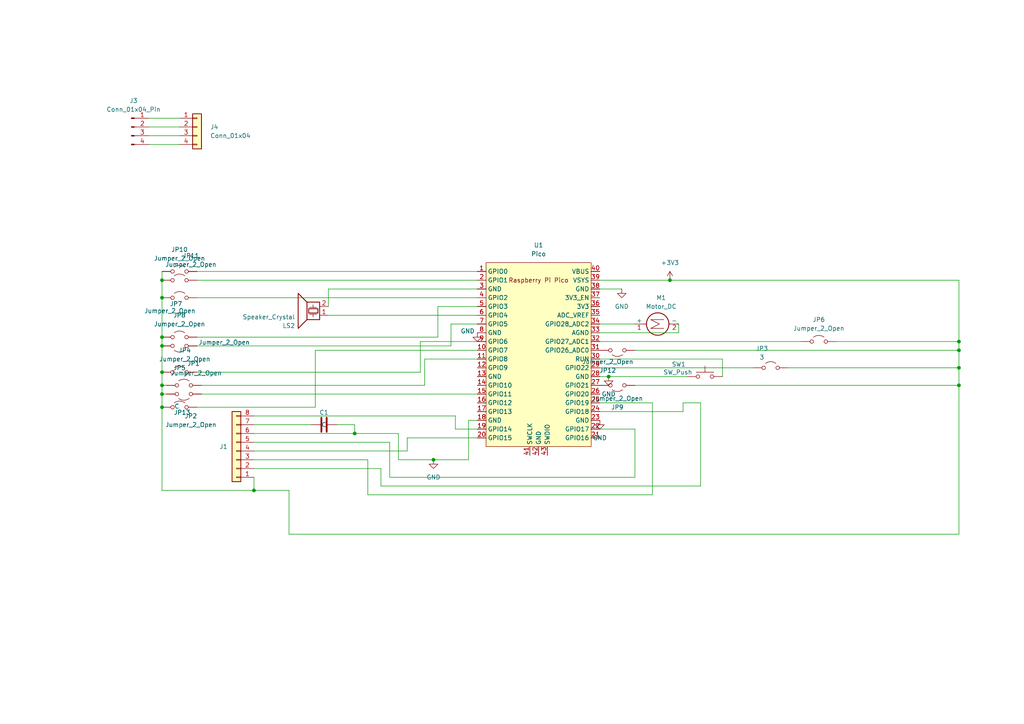
<source format=kicad_sch>
(kicad_sch (version 20231120) (generator "eeschema") (generator_version "8.0")
  (paper "A4")
  (lib_symbols
    (symbol "Connector:Conn_01x04_Pin" (pin_names (offset 1.016) hide)
      (property "Reference" "J" (at 0 5.08 0))
      (property "Value" "Conn_01x04_Pin" (at 0 -7.62 0))
      (symbol "Conn_01x04_Pin_1_1"
        (polyline (pts (xy 1.27 -5.08) (xy 0.8636 -5.08)) (stroke (width 0.1524)))
        (polyline (pts (xy 1.27 -2.54) (xy 0.8636 -2.54)) (stroke (width 0.1524)))
        (polyline (pts (xy 1.27 0) (xy 0.8636 0)) (stroke (width 0.1524)))
        (polyline (pts (xy 1.27 2.54) (xy 0.8636 2.54)) (stroke (width 0.1524)))
        (rectangle (start 0.8636 -4.953) (end 0 -5.207) (stroke (width 0.1524)) (fill (type outline)))
        (rectangle (start 0.8636 -2.413) (end 0 -2.667) (stroke (width 0.1524)) (fill (type outline)))
        (rectangle (start 0.8636 0.127) (end 0 -0.127) (stroke (width 0.1524)) (fill (type outline)))
        (rectangle (start 0.8636 2.667) (end 0 2.413) (stroke (width 0.1524)) (fill (type outline)))
        (pin passive line (at 5.08 2.54 180) (length 3.81) (name "Pin_1") (number "1"))
        (pin passive line (at 5.08 0 180) (length 3.81) (name "Pin_2") (number "2"))
        (pin passive line (at 5.08 -2.54 180) (length 3.81) (name "Pin_3") (number "3"))
        (pin passive line (at 5.08 -5.08 180) (length 3.81) (name "Pin_4") (number "4"))
      )
    )
    (symbol "Connector_Generic:Conn_01x04" (pin_names (offset 1.016) hide)
      (property "Reference" "J" (at 0 5.08 0))
      (property "Value" "Conn_01x04" (at 0 -7.62 0))
      (symbol "Conn_01x04_1_1"
        (rectangle (start -1.27 -4.953) (end 0 -5.207) (stroke (width 0.1524)))
        (rectangle (start -1.27 -2.413) (end 0 -2.667) (stroke (width 0.1524)))
        (rectangle (start -1.27 0.127) (end 0 -0.127) (stroke (width 0.1524)))
        (rectangle (start -1.27 2.667) (end 0 2.413) (stroke (width 0.1524)))
        (rectangle (start -1.27 3.81) (end 1.27 -6.35) (stroke (width 0.254)) (fill (type background)))
        (pin passive line (at -5.08 2.54 0) (length 3.81) (name "Pin_1") (number "1"))
        (pin passive line (at -5.08 0 0) (length 3.81) (name "Pin_2") (number "2"))
        (pin passive line (at -5.08 -2.54 0) (length 3.81) (name "Pin_3") (number "3"))
        (pin passive line (at -5.08 -5.08 0) (length 3.81) (name "Pin_4") (number "4"))
      )
    )
    (symbol "Connector_Generic:Conn_01x08" (pin_names (offset 1.016) hide)
      (property "Reference" "J" (at 0 10.16 0))
      (property "Value" "Conn_01x08" (at 0 -12.7 0))
      (symbol "Conn_01x08_1_1"
        (rectangle (start -1.27 -10.033) (end 0 -10.287) (stroke (width 0.1524)))
        (rectangle (start -1.27 -7.493) (end 0 -7.747) (stroke (width 0.1524)))
        (rectangle (start -1.27 -4.953) (end 0 -5.207) (stroke (width 0.1524)))
        (rectangle (start -1.27 -2.413) (end 0 -2.667) (stroke (width 0.1524)))
        (rectangle (start -1.27 0.127) (end 0 -0.127) (stroke (width 0.1524)))
        (rectangle (start -1.27 2.667) (end 0 2.413) (stroke (width 0.1524)))
        (rectangle (start -1.27 5.207) (end 0 4.953) (stroke (width 0.1524)))
        (rectangle (start -1.27 7.747) (end 0 7.493) (stroke (width 0.1524)))
        (rectangle (start -1.27 8.89) (end 1.27 -11.43) (stroke (width 0.254)) (fill (type background)))
        (pin passive line (at -5.08 7.62 0) (length 3.81) (name "Pin_1") (number "1"))
        (pin passive line (at -5.08 5.08 0) (length 3.81) (name "Pin_2") (number "2"))
        (pin passive line (at -5.08 2.54 0) (length 3.81) (name "Pin_3") (number "3"))
        (pin passive line (at -5.08 0 0) (length 3.81) (name "Pin_4") (number "4"))
        (pin passive line (at -5.08 -2.54 0) (length 3.81) (name "Pin_5") (number "5"))
        (pin passive line (at -5.08 -5.08 0) (length 3.81) (name "Pin_6") (number "6"))
        (pin passive line (at -5.08 -7.62 0) (length 3.81) (name "Pin_7") (number "7"))
        (pin passive line (at -5.08 -10.16 0) (length 3.81) (name "Pin_8") (number "8"))
      )
    )
    (symbol "Device:C" (pin_numbers hide) (pin_names (offset 0.254))
      (property "Reference" "C" (at 0.635 2.54 0))
      (property "Value" "C" (at 0.635 -2.54 0))
      (symbol "C_0_1"
        (polyline (pts (xy -2.032 -0.762) (xy 2.032 -0.762)) (stroke (width 0.508)))
        (polyline (pts (xy -2.032 0.762) (xy 2.032 0.762)) (stroke (width 0.508)))
      )
      (symbol "C_1_1"
        (pin passive line (at 0 3.81 270) (length 2.794) (name "~") (number "1"))
        (pin passive line (at 0 -3.81 90) (length 2.794) (name "~") (number "2"))
      )
    )
    (symbol "Device:Speaker_Crystal" (pin_names (offset 0) hide)
      (property "Reference" "LS" (at 0.635 5.715 0))
      (property "Value" "Speaker_Crystal" (at 0.635 3.81 0))
      (symbol "Speaker_Crystal_0_0"
        (rectangle (start -2.54 1.27) (end 1.143 -3.81) (stroke (width 0.254)))
        (rectangle (start -2.032 -0.635) (end 0.635 -1.905) (stroke (width 0.254)))
        (polyline (pts (xy -1.651 -2.286) (xy 0.381 -2.286)))
        (polyline (pts (xy -1.651 -0.254) (xy 0.381 -0.254)))
        (polyline (pts (xy -0.635 -2.286) (xy -0.635 -3.048)))
        (polyline (pts (xy -0.635 -0.254) (xy -0.635 0.508)))
        (polyline (pts (xy 1.143 1.27) (xy 3.683 3.81) (xy 3.683 -6.35) (xy 1.143 -3.81)) (stroke (width 0.254)))
      )
      (symbol "Speaker_Crystal_1_1"
        (pin input line (at -5.08 0 0) (length 2.54) (name "1") (number "1"))
        (pin input line (at -5.08 -2.54 0) (length 2.54) (name "2") (number "2"))
      )
    )
    (symbol "Jumper:Jumper_2_Open" (pin_numbers hide) (pin_names (offset 0) hide) (exclude_from_sim yes)
      (property "Reference" "JP" (at 0 2.794 0))
      (property "Value" "Jumper_2_Open" (at 0 -2.286 0))
      (symbol "Jumper_2_Open_0_0"
        (circle (center -2.032 0) (radius 0.508))
        (circle (center 2.032 0) (radius 0.508))
      )
      (symbol "Jumper_2_Open_0_1"
        (arc (start 1.524 1.27) (mid 0 1.778) (end -1.524 1.27))
      )
      (symbol "Jumper_2_Open_1_1"
        (pin passive line (at -5.08 0 0) (length 2.54) (name "A") (number "1"))
        (pin passive line (at 5.08 0 180) (length 2.54) (name "B") (number "2"))
      )
    )
    (symbol "MCU_RaspberryPi_and_Boards:Pico"
      (property "Reference" "U" (at -13.97 27.94 0))
      (property "Value" "Pico" (at 0 19.05 0))
      (symbol "Pico_0_0"
        (text "Raspberry Pi Pico" (at 0 21.59 0) (effects (font (size 1.27 1.27))))
      )
      (symbol "Pico_0_1"
        (rectangle (start -15.24 26.67) (end 15.24 -26.67) (fill (type background)))
      )
      (symbol "Pico_1_1"
        (pin bidirectional line (at -17.78 24.13 0) (length 2.54) (name "GPIO0") (number "1"))
        (pin bidirectional line (at -17.78 1.27 0) (length 2.54) (name "GPIO7") (number "10"))
        (pin bidirectional line (at -17.78 -1.27 0) (length 2.54) (name "GPIO8") (number "11"))
        (pin bidirectional line (at -17.78 -3.81 0) (length 2.54) (name "GPIO9") (number "12"))
        (pin power_in line (at -17.78 -6.35 0) (length 2.54) (name "GND") (number "13"))
        (pin bidirectional line (at -17.78 -8.89 0) (length 2.54) (name "GPIO10") (number "14"))
        (pin bidirectional line (at -17.78 -11.43 0) (length 2.54) (name "GPIO11") (number "15"))
        (pin bidirectional line (at -17.78 -13.97 0) (length 2.54) (name "GPIO12") (number "16"))
        (pin bidirectional line (at -17.78 -16.51 0) (length 2.54) (name "GPIO13") (number "17"))
        (pin power_in line (at -17.78 -19.05 0) (length 2.54) (name "GND") (number "18"))
        (pin bidirectional line (at -17.78 -21.59 0) (length 2.54) (name "GPIO14") (number "19"))
        (pin bidirectional line (at -17.78 21.59 0) (length 2.54) (name "GPIO1") (number "2"))
        (pin bidirectional line (at -17.78 -24.13 0) (length 2.54) (name "GPIO15") (number "20"))
        (pin bidirectional line (at 17.78 -24.13 180) (length 2.54) (name "GPIO16") (number "21"))
        (pin bidirectional line (at 17.78 -21.59 180) (length 2.54) (name "GPIO17") (number "22"))
        (pin power_in line (at 17.78 -19.05 180) (length 2.54) (name "GND") (number "23"))
        (pin bidirectional line (at 17.78 -16.51 180) (length 2.54) (name "GPIO18") (number "24"))
        (pin bidirectional line (at 17.78 -13.97 180) (length 2.54) (name "GPIO19") (number "25"))
        (pin bidirectional line (at 17.78 -11.43 180) (length 2.54) (name "GPIO20") (number "26"))
        (pin bidirectional line (at 17.78 -8.89 180) (length 2.54) (name "GPIO21") (number "27"))
        (pin power_in line (at 17.78 -6.35 180) (length 2.54) (name "GND") (number "28"))
        (pin bidirectional line (at 17.78 -3.81 180) (length 2.54) (name "GPIO22") (number "29"))
        (pin power_in line (at -17.78 19.05 0) (length 2.54) (name "GND") (number "3"))
        (pin input line (at 17.78 -1.27 180) (length 2.54) (name "RUN") (number "30"))
        (pin bidirectional line (at 17.78 1.27 180) (length 2.54) (name "GPIO26_ADC0") (number "31"))
        (pin bidirectional line (at 17.78 3.81 180) (length 2.54) (name "GPIO27_ADC1") (number "32"))
        (pin power_in line (at 17.78 6.35 180) (length 2.54) (name "AGND") (number "33"))
        (pin bidirectional line (at 17.78 8.89 180) (length 2.54) (name "GPIO28_ADC2") (number "34"))
        (pin power_in line (at 17.78 11.43 180) (length 2.54) (name "ADC_VREF") (number "35"))
        (pin power_in line (at 17.78 13.97 180) (length 2.54) (name "3V3") (number "36"))
        (pin input line (at 17.78 16.51 180) (length 2.54) (name "3V3_EN") (number "37"))
        (pin bidirectional line (at 17.78 19.05 180) (length 2.54) (name "GND") (number "38"))
        (pin power_in line (at 17.78 21.59 180) (length 2.54) (name "VSYS") (number "39"))
        (pin bidirectional line (at -17.78 16.51 0) (length 2.54) (name "GPIO2") (number "4"))
        (pin power_in line (at 17.78 24.13 180) (length 2.54) (name "VBUS") (number "40"))
        (pin input line (at -2.54 -29.21 90) (length 2.54) (name "SWCLK") (number "41"))
        (pin power_in line (at 0 -29.21 90) (length 2.54) (name "GND") (number "42"))
        (pin bidirectional line (at 2.54 -29.21 90) (length 2.54) (name "SWDIO") (number "43"))
        (pin bidirectional line (at -17.78 13.97 0) (length 2.54) (name "GPIO3") (number "5"))
        (pin bidirectional line (at -17.78 11.43 0) (length 2.54) (name "GPIO4") (number "6"))
        (pin bidirectional line (at -17.78 8.89 0) (length 2.54) (name "GPIO5") (number "7"))
        (pin power_in line (at -17.78 6.35 0) (length 2.54) (name "GND") (number "8"))
        (pin bidirectional line (at -17.78 3.81 0) (length 2.54) (name "GPIO6") (number "9"))
      )
    )
    (symbol "Motor:Motor_DC" (pin_names (offset 0))
      (property "Reference" "M" (at 2.54 2.54 0))
      (property "Value" "Motor_DC" (at 2.54 -5.08 0))
      (symbol "Motor_DC_0_0"
        (polyline (pts (xy -1.27 -3.302) (xy -1.27 0.508) (xy 0 -2.032) (xy 1.27 0.508) (xy 1.27 -3.302)))
      )
      (symbol "Motor_DC_0_1"
        (circle (center 0 -1.524) (radius 3.2512) (stroke (width 0.254)))
        (polyline (pts (xy 0 -7.62) (xy 0 -7.112)))
        (polyline (pts (xy 0 -4.7752) (xy 0 -5.1816)))
        (polyline (pts (xy 0 1.7272) (xy 0 2.0828)))
        (polyline (pts (xy 0 2.032) (xy 0 2.54)))
      )
      (symbol "Motor_DC_1_1"
        (pin passive line (at 0 5.08 270) (length 2.54) (name "+") (number "1"))
        (pin passive line (at 0 -7.62 90) (length 2.54) (name "-") (number "2"))
      )
    )
    (symbol "Switch:SW_Push" (pin_numbers hide) (pin_names (offset 1.016) hide)
      (property "Reference" "SW" (at 1.27 2.54 0))
      (property "Value" "SW_Push" (at 0 -1.524 0))
      (symbol "SW_Push_0_1"
        (circle (center -2.032 0) (radius 0.508))
        (polyline (pts (xy 0 1.27) (xy 0 3.048)))
        (polyline (pts (xy 2.54 1.27) (xy -2.54 1.27)))
        (circle (center 2.032 0) (radius 0.508))
        (pin passive line (at -5.08 0 0) (length 2.54) (name "1") (number "1"))
        (pin passive line (at 5.08 0 180) (length 2.54) (name "2") (number "2"))
      )
    )
    (symbol "power:+3V3" (power) (pin_numbers hide) (pin_names (offset 0) hide)
      (property "Value" "+3V3" (at 0 3.556 0))
      (symbol "+3V3_0_1"
        (polyline (pts (xy -0.762 1.27) (xy 0 2.54)))
        (polyline (pts (xy 0 0) (xy 0 2.54)))
        (polyline (pts (xy 0 2.54) (xy 0.762 1.27)))
      )
      (symbol "+3V3_1_1"
        (pin power_in line (at 0 0 90) (length 0) (name "~") (number "1"))
      )
    )
    (symbol "power:GND" (power) (pin_numbers hide) (pin_names (offset 0) hide)
      (property "Value" "GND" (at 0 -3.81 0))
      (symbol "GND_0_1"
        (polyline (pts (xy 0 0) (xy 0 -1.27) (xy 1.27 -1.27) (xy 0 -2.54) (xy -1.27 -1.27) (xy 0 -1.27)))
      )
      (symbol "GND_1_1"
        (pin power_in line (at 0 0 270) (length 0) (name "~") (number "1"))
      )
    )
  )
  (junction (at 46.99 100.33))
  (junction (at 278.13 101.6))
  (junction (at 46.99 81.28))
  (junction (at 73.66 142.24))
  (junction (at 194.31 81.28))
  (junction (at 278.13 111.76))
  (junction (at 46.99 118.11))
  (junction (at 46.99 97.79))
  (junction (at 125.73 133.35))
  (junction (at 176.53 109.22))
  (junction (at 46.99 107.95))
  (junction (at 278.13 106.68))
  (junction (at 46.99 111.76))
  (junction (at 46.99 114.3))
  (junction (at 278.13 99.06))
  (junction (at 46.99 86.36))
  (junction (at 102.87 125.73))
  (wire (pts (xy 130.81 100.33) (xy 130.81 93.98)))
  (wire (pts (xy 110.49 135.89) (xy 110.49 140.97)))
  (wire (pts (xy 184.15 138.43) (xy 184.15 124.46)))
  (wire (pts (xy 95.25 83.82) (xy 138.43 83.82)))
  (wire (pts (xy 121.92 99.06) (xy 138.43 99.06)))
  (wire (pts (xy 278.13 106.68) (xy 278.13 111.76)))
  (wire (pts (xy 228.6 106.68) (xy 278.13 106.68)))
  (wire (pts (xy 46.99 86.36) (xy 46.99 97.79)))
  (wire (pts (xy 173.99 99.06) (xy 232.41 99.06)))
  (wire (pts (xy 58.42 114.3) (xy 138.43 114.3)))
  (wire (pts (xy 48.26 114.3) (xy 46.99 114.3)))
  (wire (pts (xy 118.11 127) (xy 138.43 127)))
  (wire (pts (xy 46.99 100.33) (xy 46.99 107.95)))
  (wire (pts (xy 184.15 93.98) (xy 173.99 93.98)))
  (wire (pts (xy 218.44 106.68) (xy 173.99 106.68)))
  (wire (pts (xy 196.85 96.52) (xy 196.85 93.98)))
  (wire (pts (xy 173.99 109.22) (xy 176.53 109.22)))
  (wire (pts (xy 115.57 125.73) (xy 115.57 133.35)))
  (wire (pts (xy 123.19 111.76) (xy 123.19 104.14)))
  (wire (pts (xy 73.66 128.27) (xy 113.03 128.27)))
  (wire (pts (xy 102.87 125.73) (xy 102.87 123.19)))
  (wire (pts (xy 46.99 78.74) (xy 46.99 81.28)))
  (wire (pts (xy 278.13 101.6) (xy 278.13 106.68)))
  (wire (pts (xy 173.99 96.52) (xy 196.85 96.52)))
  (wire (pts (xy 46.99 114.3) (xy 46.99 118.11)))
  (wire (pts (xy 242.57 99.06) (xy 278.13 99.06)))
  (wire (pts (xy 73.66 142.24) (xy 73.66 138.43)))
  (wire (pts (xy 184.15 124.46) (xy 173.99 124.46)))
  (wire (pts (xy 189.23 116.84) (xy 173.99 116.84)))
  (wire (pts (xy 127 97.79) (xy 127 88.9)))
  (wire (pts (xy 113.03 138.43) (xy 184.15 138.43)))
  (wire (pts (xy 83.82 154.94) (xy 278.13 154.94)))
  (wire (pts (xy 73.66 125.73) (xy 102.87 125.73)))
  (wire (pts (xy 95.25 88.9) (xy 95.25 83.82)))
  (wire (pts (xy 184.15 111.76) (xy 278.13 111.76)))
  (wire (pts (xy 110.49 140.97) (xy 203.2 140.97)))
  (wire (pts (xy 184.15 101.6) (xy 278.13 101.6)))
  (wire (pts (xy 48.26 111.76) (xy 46.99 111.76)))
  (wire (pts (xy 46.99 142.24) (xy 73.66 142.24)))
  (wire (pts (xy 106.68 133.35) (xy 106.68 143.51)))
  (wire (pts (xy 43.18 34.29) (xy 52.07 34.29)))
  (wire (pts (xy 57.15 81.28) (xy 138.43 81.28)))
  (wire (pts (xy 209.55 109.22) (xy 209.55 104.14)))
  (wire (pts (xy 57.15 107.95) (xy 121.92 107.95)))
  (wire (pts (xy 194.31 81.28) (xy 278.13 81.28)))
  (wire (pts (xy 46.99 111.76) (xy 46.99 114.3)))
  (wire (pts (xy 135.89 121.92) (xy 138.43 121.92)))
  (wire (pts (xy 102.87 125.73) (xy 115.57 125.73)))
  (wire (pts (xy 173.99 83.82) (xy 180.34 83.82)))
  (wire (pts (xy 123.19 104.14) (xy 138.43 104.14)))
  (wire (pts (xy 125.73 133.35) (xy 135.89 133.35)))
  (wire (pts (xy 91.44 101.6) (xy 138.43 101.6)))
  (wire (pts (xy 121.92 107.95) (xy 121.92 99.06)))
  (wire (pts (xy 57.15 78.74) (xy 138.43 78.74)))
  (wire (pts (xy 278.13 81.28) (xy 278.13 99.06)))
  (wire (pts (xy 176.53 109.22) (xy 199.39 109.22)))
  (wire (pts (xy 189.23 143.51) (xy 189.23 116.84)))
  (wire (pts (xy 46.99 81.28) (xy 46.99 86.36)))
  (wire (pts (xy 73.66 130.81) (xy 118.11 130.81)))
  (wire (pts (xy 57.15 100.33) (xy 130.81 100.33)))
  (wire (pts (xy 278.13 111.76) (xy 278.13 154.94)))
  (wire (pts (xy 115.57 133.35) (xy 125.73 133.35)))
  (wire (pts (xy 113.03 128.27) (xy 113.03 138.43)))
  (wire (pts (xy 209.55 104.14) (xy 173.99 104.14)))
  (wire (pts (xy 43.18 41.91) (xy 52.07 41.91)))
  (wire (pts (xy 132.08 124.46) (xy 138.43 124.46)))
  (wire (pts (xy 73.66 135.89) (xy 110.49 135.89)))
  (wire (pts (xy 106.68 143.51) (xy 189.23 143.51)))
  (wire (pts (xy 57.15 97.79) (xy 127 97.79)))
  (wire (pts (xy 130.81 93.98) (xy 138.43 93.98)))
  (wire (pts (xy 118.11 130.81) (xy 118.11 127)))
  (wire (pts (xy 173.99 81.28) (xy 194.31 81.28)))
  (wire (pts (xy 203.2 116.84) (xy 203.2 140.97)))
  (wire (pts (xy 91.44 118.11) (xy 91.44 101.6)))
  (wire (pts (xy 106.68 133.35) (xy 73.66 133.35)))
  (wire (pts (xy 135.89 133.35) (xy 135.89 121.92)))
  (wire (pts (xy 43.18 39.37) (xy 52.07 39.37)))
  (wire (pts (xy 58.42 111.76) (xy 123.19 111.76)))
  (wire (pts (xy 57.15 118.11) (xy 91.44 118.11)))
  (wire (pts (xy 132.08 120.65) (xy 132.08 124.46)))
  (wire (pts (xy 95.25 91.44) (xy 138.43 91.44)))
  (wire (pts (xy 83.82 154.94) (xy 83.82 142.24)))
  (wire (pts (xy 57.15 86.36) (xy 138.43 86.36)))
  (wire (pts (xy 198.12 119.38) (xy 173.99 119.38)))
  (wire (pts (xy 73.66 123.19) (xy 90.17 123.19)))
  (wire (pts (xy 73.66 120.65) (xy 132.08 120.65)))
  (wire (pts (xy 46.99 118.11) (xy 46.99 142.24)))
  (wire (pts (xy 73.66 142.24) (xy 83.82 142.24)))
  (wire (pts (xy 43.18 36.83) (xy 52.07 36.83)))
  (wire (pts (xy 278.13 99.06) (xy 278.13 101.6)))
  (wire (pts (xy 97.79 123.19) (xy 102.87 123.19)))
  (wire (pts (xy 198.12 116.84) (xy 198.12 119.38)))
  (wire (pts (xy 203.2 116.84) (xy 198.12 116.84)))
  (wire (pts (xy 127 88.9) (xy 138.43 88.9)))
  (wire (pts (xy 46.99 97.79) (xy 46.99 100.33)))
  (wire (pts (xy 46.99 107.95) (xy 46.99 111.76)))
  (symbol (lib_id "Jumper:Jumper_2_Open") (at 52.07 97.79 0) (mirror y) (unit 1) (exclude_from_sim yes)
    (property "Reference" "JP8" (at 52.07 91.44 0))
    (property "Value" "Jumper_2_Open" (at 52.07 93.98 0))
    (property "Footprint" "Jumper:ButtonPads" (effects (hide yes)))
    (property "Description" "Jumper, 2-pole, open" (effects (hide yes)))
  )
  (symbol (lib_id "MCU_RaspberryPi_and_Boards:Pico") (at 156.21 102.87 0) (unit 1)
    (property "Reference" "U1" (at 156.21 71.12 0))
    (property "Value" "Pico" (at 156.21 73.66 0))
    (property "Footprint" "MCU_RaspberryPi_and_Boards:RPi_Pico_SMD_TH" (effects (hide yes)))
  )
  (symbol (lib_id "Jumper:Jumper_2_Open") (at 52.07 78.74 0) (mirror y) (unit 1) (exclude_from_sim yes)
    (property "Reference" "JP10" (at 52.07 72.39 0))
    (property "Value" "Jumper_2_Open" (at 52.07 74.93 0))
    (property "Footprint" "Jumper:ButtonPads" (effects (hide yes)))
    (property "Description" "Jumper, 2-pole, open" (effects (hide yes)))
  )
  (symbol (lib_id "Jumper:Jumper_2_Open") (at 53.34 111.76 0) (mirror y) (unit 1) (exclude_from_sim yes)
    (property "Reference" "JP1" (at 56.134 105.41 0))
    (property "Value" "Jumper_2_Open" (at 56.896 108.204 0))
    (property "Footprint" "Jumper:ButtonPads" (effects (hide yes)))
    (property "Description" "Jumper, 2-pole, open" (effects (hide yes)))
  )
  (symbol (lib_id "power:GND") (at 125.73 133.35 0) (unit 1)
    (property "Reference" "#PWR05" (effects (hide yes)))
    (property "Value" "GND" (at 125.73 138.43 0))
    (property "Description" "Power symbol creates a global label with name \"GND\" , ground" (effects (hide yes)))
  )
  (symbol (lib_id "Jumper:Jumper_2_Open") (at 53.34 114.3 0) (mirror x) (unit 1) (exclude_from_sim yes)
    (property "Reference" "JP13" (at 52.832 119.634 0))
    (property "Value" "C" (at 51.308 117.856 0))
    (property "Footprint" "Jumper:ButtonPads" (effects (hide yes)))
    (property "Description" "Jumper, 2-pole, open" (effects (hide yes)))
  )
  (symbol (lib_id "Jumper:Jumper_2_Open") (at 179.07 111.76 0) (mirror x) (unit 1) (exclude_from_sim yes)
    (property "Reference" "JP9" (at 179.07 118.11 0))
    (property "Value" "Jumper_2_Open" (at 179.07 115.57 0))
    (property "Footprint" "Jumper:ButtonPads" (effects (hide yes)))
    (property "Description" "Jumper, 2-pole, open" (effects (hide yes)))
  )
  (symbol (lib_id "Jumper:Jumper_2_Open") (at 237.49 99.06 0) (unit 1) (exclude_from_sim yes)
    (property "Reference" "JP6" (at 237.49 92.71 0))
    (property "Value" "Jumper_2_Open" (at 237.49 95.25 0))
    (property "Footprint" "Jumper:ButtonPads" (effects (hide yes)))
    (property "Description" "Jumper, 2-pole, open" (effects (hide yes)))
  )
  (symbol (lib_id "Jumper:Jumper_2_Open") (at 52.07 81.28 0) (unit 1) (exclude_from_sim yes)
    (property "Reference" "JP11" (at 55.372 74.168 0))
    (property "Value" "Jumper_2_Open" (at 55.372 76.708 0))
    (property "Footprint" "Jumper:ButtonPads" (effects (hide yes)))
    (property "Description" "Jumper, 2-pole, open" (effects (hide yes)))
  )
  (symbol (lib_id "Jumper:Jumper_2_Open") (at 52.07 86.36 0) (mirror y) (unit 1) (exclude_from_sim yes)
    (property "Reference" "JP7" (at 51.054 88.138 0))
    (property "Value" "Jumper_2_Open" (at 49.276 90.17 0))
    (property "Footprint" "Jumper:ButtonPads" (effects (hide yes)))
    (property "Description" "Jumper, 2-pole, open" (effects (hide yes)))
  )
  (symbol (lib_id "Connector_Generic:Conn_01x08") (at 68.58 130.81 180) (unit 1)
    (property "Reference" "J1" (at 66.04 129.5401 0) (effects (justify left)))
    (property "Value" "Conn_01x07" (effects (hide yes)))
    (property "Footprint" "Connector:screen" (effects (hide yes)))
    (property "Description" "Generic connector, single row, 01x08, script generated (kicad-library-utils/schlib/autogen/connector/)" (effects (hide yes)))
  )
  (symbol (lib_id "power:GND") (at 173.99 121.92 0) (unit 1)
    (property "Reference" "#PWR03" (effects (hide yes)))
    (property "Value" "GND" (at 173.99 127 0))
    (property "Description" "Power symbol creates a global label with name \"GND\" , ground" (effects (hide yes)))
  )
  (symbol (lib_id "Jumper:Jumper_2_Open") (at 52.07 100.33 0) (mirror x) (unit 1) (exclude_from_sim yes)
    (property "Reference" "JP5" (at 52.07 106.68 0))
    (property "Value" "Jumper_2_Open" (at 65.024 99.314 0))
    (property "Footprint" "Jumper:ButtonPads" (effects (hide yes)))
    (property "Description" "Jumper, 2-pole, open" (effects (hide yes)))
  )
  (symbol (lib_id "Device:C") (at 93.98 123.19 270) (unit 1)
    (property "Reference" "C1" (at 93.98 119.634 90))
    (property "Value" "C" (at 93.98 123.19 90))
    (property "Description" "Unpolarized capacitor" (effects (hide yes)))
  )
  (symbol (lib_id "Jumper:Jumper_2_Open") (at 223.52 106.68 0) (unit 1) (exclude_from_sim yes)
    (property "Reference" "JP3" (at 220.98 101.092 0))
    (property "Value" "3" (at 220.98 103.632 0))
    (property "Footprint" "Jumper:ButtonPads" (effects (hide yes)))
    (property "Description" "Jumper, 2-pole, open" (effects (hide yes)))
  )
  (symbol (lib_id "Connector_Generic:Conn_01x04") (at 57.15 36.83 0) (unit 1)
    (property "Reference" "J4" (at 60.96 36.8299 0) (effects (justify left)))
    (property "Value" "Conn_01x04" (at 60.96 39.3699 0) (effects (justify left)))
    (property "Footprint" "Connector_PinHeader_2.54mm:PinHeader_1x04_P2.54mm_Vertical" (effects (hide yes)))
    (property "Description" "Generic connector, single row, 01x04, script generated (kicad-library-utils/schlib/autogen/connector/)" (effects (hide yes)))
  )
  (symbol (lib_id "power:GND") (at 176.53 109.22 0) (unit 1)
    (property "Reference" "#PWR02" (effects (hide yes)))
    (property "Value" "GND" (at 176.53 114.3 0))
    (property "Description" "Power symbol creates a global label with name \"GND\" , ground" (effects (hide yes)))
  )
  (symbol (lib_id "Jumper:Jumper_2_Open") (at 179.07 101.6 0) (mirror x) (unit 1) (exclude_from_sim yes)
    (property "Reference" "JP12" (at 176.276 107.442 0))
    (property "Value" "Jumper_2_Open" (at 176.276 104.902 0))
    (property "Footprint" "Jumper:ButtonPads" (effects (hide yes)))
    (property "Description" "Jumper, 2-pole, open" (effects (hide yes)))
  )
  (symbol (lib_id "Jumper:Jumper_2_Open") (at 52.07 118.11 0) (mirror y) (unit 1) (exclude_from_sim yes)
    (property "Reference" "JP2" (at 55.372 120.65 0))
    (property "Value" "Jumper_2_Open" (at 55.372 123.19 0))
    (property "Footprint" "Jumper:ButtonPads" (effects (hide yes)))
    (property "Description" "Jumper, 2-pole, open" (effects (hide yes)))
  )
  (symbol (lib_id "Jumper:Jumper_2_Open") (at 52.07 107.95 0) (mirror y) (unit 1) (exclude_from_sim yes)
    (property "Reference" "JP4" (at 53.594 101.6 0))
    (property "Value" "Jumper_2_Open" (at 53.594 104.14 0))
    (property "Footprint" "Jumper:ButtonPads" (effects (hide yes)))
    (property "Description" "Jumper, 2-pole, open" (effects (hide yes)))
  )
  (symbol (lib_id "Switch:SW_Push") (at 204.47 109.22 0) (unit 1)
    (property "Reference" "SW1" (at 196.85 105.664 0))
    (property "Value" "SW_Push" (at 196.596 107.95 0))
    (property "Footprint" "Button_Switch_SMD:power switch" (effects (hide yes)))
    (property "Description" "Push button switch, generic, two pins" (effects (hide yes)))
  )
  (symbol (lib_id "power:+3V3") (at 194.31 81.28 0) (unit 1)
    (property "Reference" "#PWR08" (effects (hide yes)))
    (property "Value" "+3V3" (at 194.31 76.2 0))
    (property "Description" "Power symbol creates a global label with name \"+3V3\"" (effects (hide yes)))
  )
  (symbol (lib_id "Connector:Conn_01x04_Pin") (at 38.1 36.83 0) (unit 1)
    (property "Reference" "J3" (at 38.735 29.21 0))
    (property "Value" "Conn_01x04_Pin" (at 38.735 31.75 0))
    (property "Footprint" "Battery:battery" (effects (hide yes)))
    (property "Description" "Generic connector, single row, 01x04, script generated" (effects (hide yes)))
  )
  (symbol (lib_id "power:GND") (at 180.34 83.82 0) (unit 1)
    (property "Reference" "#PWR01" (effects (hide yes)))
    (property "Value" "GND" (at 180.34 88.9 0))
    (property "Description" "Power symbol creates a global label with name \"GND\" , ground" (effects (hide yes)))
  )
  (symbol (lib_id "Device:Speaker_Crystal") (at 90.17 91.44 180) (unit 1)
    (property "Reference" "LS2" (at 85.598 94.488 0) (effects (justify left)))
    (property "Value" "Speaker_Crystal" (at 85.598 91.948 0) (effects (justify left)))
    (property "Footprint" "Audio_Module:buzzer" (effects (hide yes)))
    (property "Description" "Crystal speaker/transducer" (effects (hide yes)))
  )
  (symbol (lib_id "power:GND") (at 138.43 96.52 0) (unit 1)
    (property "Reference" "#PWR06" (effects (hide yes)))
    (property "Value" "GND" (at 135.636 96.012 0))
    (property "Description" "Power symbol creates a global label with name \"GND\" , ground" (effects (hide yes)))
  )
  (symbol (lib_id "Motor:Motor_DC") (at 189.23 93.98 90) (unit 1)
    (property "Reference" "M1" (at 191.77 86.36 90))
    (property "Value" "Motor_DC" (at 191.77 88.9 90))
    (property "Footprint" "Motors:vibrator" (effects (hide yes)))
    (property "Description" "DC Motor" (effects (hide yes)))
  )
)
</source>
